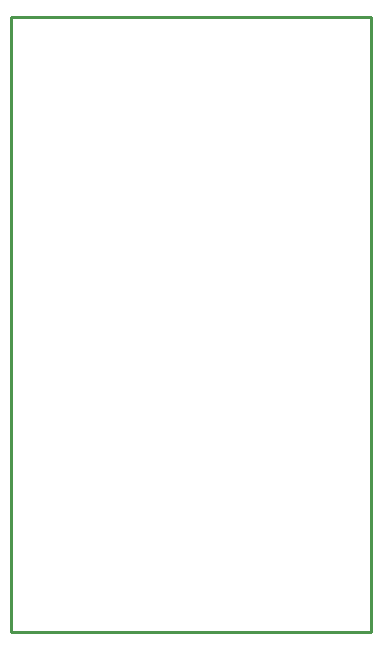
<source format=gko>
G04 Layer: BoardOutlineLayer*
G04 EasyEDA v6.5.51, 2025-10-31 17:09:16*
G04 f6dffe4cc8584a6d9d5126acefccf2ee,324dd03f55b54ef1918ba81d68900132,10*
G04 Gerber Generator version 0.2*
G04 Scale: 100 percent, Rotated: No, Reflected: No *
G04 Dimensions in millimeters *
G04 leading zeros omitted , absolute positions ,4 integer and 5 decimal *
%FSLAX45Y45*%
%MOMM*%

%ADD10C,0.2540*%
%ADD11C,0.0196*%
D10*
X253997Y254002D02*
G01*
X253997Y5461002D01*
X3302005Y5461002D01*
X3302005Y254002D01*
X253997Y254002D01*

%LPD*%
M02*

</source>
